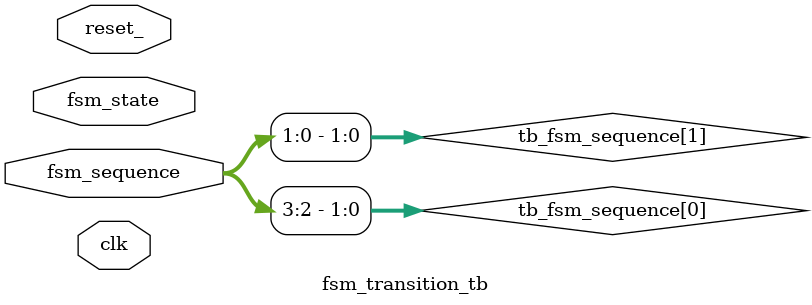
<source format=sv>
module fsm_transition_tb (
clk, 
reset_, 
fsm_state,
fsm_sequence
);
    parameter fsm_width = 2; //actual width of the states in the RTL
    parameter num_of_states=2; //number of states provided in the fsm_sequence
    parameter num_of_times_initial_state_repeats=1; //Number of times the initial state of the "fsm_sequence" is repeated in the "fsm_sequence"  

input clk;
input reset_;
input [fsm_width-1:0]fsm_state;
input [fsm_width*num_of_states-1:0]fsm_sequence;

wire tb_reset;
assign tb_reset = (reset_ == 1'b0);

//Proper sequencing of the states
wire [fsm_width-1:0] tb_fsm_sequence[num_of_states-1:0]; 

//match the current "fsm_state" with the states provided in the "fsm_sequence"
wire [num_of_states-1:0]match_tracker[num_of_times_initial_state_repeats-1:0]; 
reg [num_of_states-1:0]match_tracker_d1[num_of_times_initial_state_repeats-1:0]; 

//match the current "fsm_state" with the states provided in the "fsm_sequence" when checking for individual states
wire [num_of_states-1:0]ind_state_match_tracker[num_of_times_initial_state_repeats-1:0]; 
reg [num_of_states-1:0]ind_state_match_tracker_d1[num_of_times_initial_state_repeats-1:0]; 

//Track all the states of the "fsm_sequence"
reg [num_of_states-1:0]state_tracker[num_of_times_initial_state_repeats-1:0]; 

reg [fsm_width-1:0] fsm_state_d1;
reg tb_reset_d1;
wire [fsm_width-1:0] tb_random_state;
wire [$clog2(num_of_times_initial_state_repeats):0]tb_sequence_seen;


//storing the states of the fsm_sequence in the correct order
for (genvar i=num_of_states-1; i >=0; i--) begin : storing_of_fsm_states
    assign  tb_fsm_sequence[num_of_states-1-i] = fsm_sequence[(fsm_width*(i+1))-1 : fsm_width*i];
end

//Delayed versions of fsm_state and tb_reset
always @(posedge clk) begin
    if (!reset_) begin
        fsm_state_d1 <= 'd0;
        tb_reset_d1 <= 1;
    end else begin
        fsm_state_d1 <= fsm_state;
        tb_reset_d1 <= tb_reset;  
    end
end

for (genvar n=0; n<num_of_times_initial_state_repeats; n++) begin : matching_of_states_as_per_initial_state_repeat
    if (n==0) begin : matching_of_states_for_certain_cases
        for (genvar i=0; i<num_of_states; i++) begin : matching_of_states_as_per_num_of_states
            if (i==0) begin : matching_of_states_for_first_state 
                assign ind_state_match_tracker[n][0] = (fsm_state == tb_fsm_sequence[0]);
            end else begin : matching_of_states_for_other_states 
                assign ind_state_match_tracker[n][i] = (fsm_state == tb_fsm_sequence[i]);
            end
        end 
    end else begin : matching_of_states_for_other_cases
        for (genvar i=0; i<num_of_states; i++) begin : matching_of_states_as_per_num_of_states
            if (i==0) begin : matching_of_states_for_first_state 
            assign ind_state_match_tracker[n][0] = ((fsm_state != fsm_state_d1) && !tb_reset_d1) 
                                            ? (!(|state_tracker[n]) && (|state_tracker[n-1]) && (fsm_state == tb_fsm_sequence[0])) 
                                            : ind_state_match_tracker[n][0] ;
            end else begin : matching_of_states_for_other_states
            assign ind_state_match_tracker[n][i] = ((fsm_state != fsm_state_d1) && !tb_reset_d1) 
                                            ? (!state_tracker[n][i] && state_tracker[n][i-1] && (fsm_state == tb_fsm_sequence[i])) 
                                            : ind_state_match_tracker[n][i] ;
            end
        end 
    end
end

reg [$clog2(num_of_times_initial_state_repeats):0] j;

always @(posedge clk) begin
    if (!reset_) begin
        for (j=0; j< num_of_times_initial_state_repeats; j++) begin
            state_tracker[j] <= 'd0;
            match_tracker_d1[j] <= 'd0;
            ind_state_match_tracker_d1[j] <= 'd0;
        end
    end else begin
        for (j=0; j< num_of_times_initial_state_repeats; j++) begin
            match_tracker_d1[j] <= match_tracker[j];
            ind_state_match_tracker_d1[j] <= ind_state_match_tracker[j];
            if (j==0) 
            state_tracker[j] <= (((state_tracker[j]==(match_tracker[j]-1'b1)) || 
                                    (state_tracker[j] == ((match_tracker[j]-1'b1) | match_tracker[j]))) && 
                                    (|match_tracker[j] != 'd0)) 
                                        ? state_tracker[j]|match_tracker[j] 
                                        : ((((|match_tracker[j]) == 0) && (fsm_state == tb_fsm_sequence[0])) 
                                            ? 'd1 
                                            : 'd0
                                        );
            else 
            state_tracker[j] <= (((state_tracker[j]==(match_tracker[j]-1'b1)) || 
                                    (state_tracker[j] == ((match_tracker[j]-1'b1) | match_tracker[j]))) && 
                                    (|match_tracker[j] != 'd0)) 
                                    ? state_tracker[j]|match_tracker[j] 
                                    : 'd0;
        end
    end
end


endmodule
</source>
